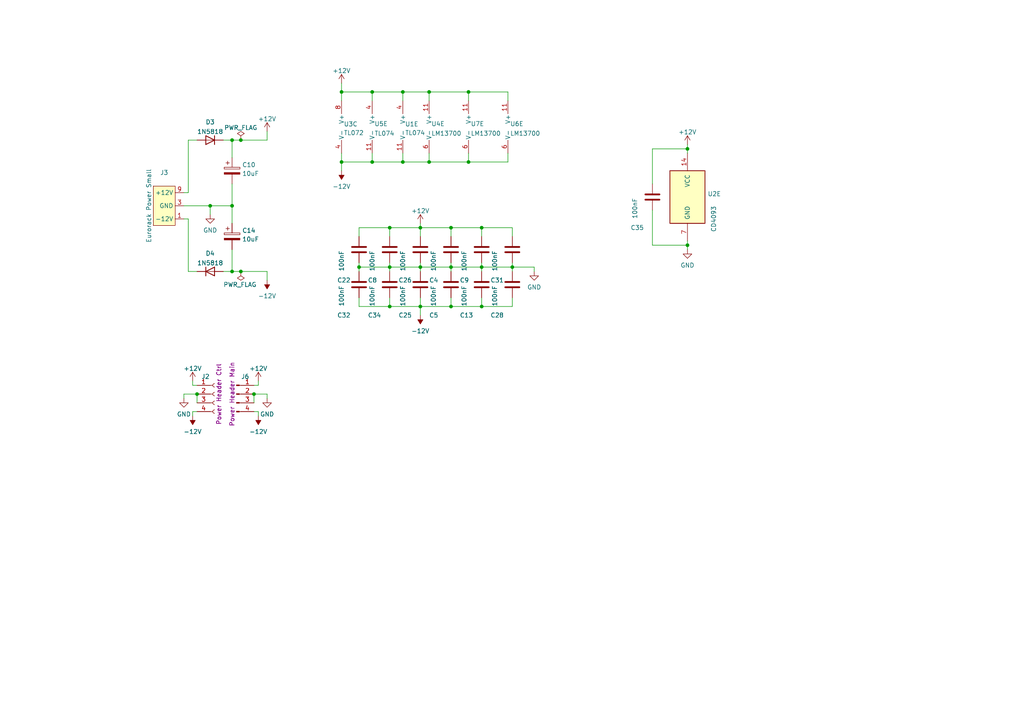
<source format=kicad_sch>
(kicad_sch (version 20211123) (generator eeschema)
  (paper "A4")
  (title_block (title "Magnum Percussion Instrument") (date "2022-09-29") (rev "r04") (comment 2 "creativecommons.org/licenses/by/4.0/") (comment 3 "License: CC BY 4.0") (comment 4 "Author: Guy John"))
  (lib_symbols
    (symbol "4xxx:HEF4093B" (pin_names (offset 1.016))
      (property "Reference" "U" (at 0 1.27 0))
      (property "Value" "HEF4093B" (at 0 -1.27 0))
      (symbol "HEF4093B_1_0"
        (polyline (pts (xy -0.635 -1.27) (xy -0.635 1.27) (xy 0.635 1.27)))
        (polyline (pts (xy -0.635 -1.27) (xy -0.635 1.27) (xy 0.635 1.27)))
        (polyline (pts (xy -1.27 -1.27) (xy 0.635 -1.27) (xy 0.635 1.27) (xy 1.27 1.27)))
        (polyline (pts (xy -1.27 -1.27) (xy 0.635 -1.27) (xy 0.635 1.27) (xy 1.27 1.27)))
      )
      (symbol "HEF4093B_1_1"
        (arc (start 0 -3.81) (mid 3.81 0) (end 0 3.81) (stroke (width 0.254)) (fill (type background)))
        (polyline (pts (xy 0 3.81) (xy -3.81 3.81) (xy -3.81 -3.81) (xy 0 -3.81)) (stroke (width 0.254)) (fill (type background)))
        (pin input line (at -7.62 2.54 0) (length 3.81) (name "~") (number "1"))
        (pin input line (at -7.62 -2.54 0) (length 3.81) (name "~") (number "2"))
        (pin output inverted (at 7.62 0 180) (length 3.81) (name "~") (number "3"))
      )
      (symbol "HEF4093B_1_2"
        (arc (start -3.81 -3.81) (mid -2.589 0) (end -3.81 3.81) (stroke (width 0.254)))
        (arc (start -0.6096 -3.81) (mid 2.1855 -2.584) (end 3.81 0) (stroke (width 0.254)) (fill (type background)))
        (polyline (pts (xy -3.81 -3.81) (xy -0.635 -3.81)) (stroke (width 0.254)) (fill (type background)))
        (polyline (pts (xy -3.81 3.81) (xy -0.635 3.81)) (stroke (width 0.254)) (fill (type background)))
        (polyline (pts (xy -0.635 3.81) (xy -3.81 3.81) (xy -3.81 3.81) (xy -3.556 3.4036) (xy -3.0226 2.2606) (xy -2.6924 1.0414) (xy -2.6162 -0.254) (xy -2.7686 -1.4986) (xy -3.175 -2.7178) (xy -3.81 -3.81) (xy -3.81 -3.81) (xy -0.635 -3.81)) (stroke (width -25.4)) (fill (type background)))
        (arc (start 3.81 0) (mid 2.1928 2.5925) (end -0.6096 3.81) (stroke (width 0.254)) (fill (type background)))
        (pin input inverted (at -7.62 2.54 0) (length 4.318) (name "~") (number "1"))
        (pin input inverted (at -7.62 -2.54 0) (length 4.318) (name "~") (number "2"))
        (pin output line (at 7.62 0 180) (length 3.81) (name "~") (number "3"))
      )
      (symbol "HEF4093B_2_0"
        (polyline (pts (xy -0.635 -1.27) (xy -0.635 1.27) (xy 0.635 1.27)))
        (polyline (pts (xy -0.635 -1.27) (xy -0.635 1.27) (xy 0.635 1.27)))
        (polyline (pts (xy -1.27 -1.27) (xy 0.635 -1.27) (xy 0.635 1.27) (xy 1.27 1.27)))
        (polyline (pts (xy -1.27 -1.27) (xy 0.635 -1.27) (xy 0.635 1.27) (xy 1.27 1.27)))
      )
      (symbol "HEF4093B_2_1"
        (arc (start 0 -3.81) (mid 3.81 0) (end 0 3.81) (stroke (width 0.254)) (fill (type background)))
        (polyline (pts (xy 0 3.81) (xy -3.81 3.81) (xy -3.81 -3.81) (xy 0 -3.81)) (stroke (width 0.254)) (fill (type background)))
        (pin output inverted (at 7.62 0 180) (length 3.81) (name "~") (number "4"))
        (pin input line (at -7.62 2.54 0) (length 3.81) (name "~") (number "5"))
        (pin input line (at -7.62 -2.54 0) (length 3.81) (name "~") (number "6"))
      )
      (symbol "HEF4093B_2_2"
        (arc (start -3.81 -3.81) (mid -2.589 0) (end -3.81 3.81) (stroke (width 0.254)))
        (arc (start -0.6096 -3.81) (mid 2.1855 -2.584) (end 3.81 0) (stroke (width 0.254)) (fill (type background)))
        (polyline (pts (xy -3.81 -3.81) (xy -0.635 -3.81)) (stroke (width 0.254)) (fill (type background)))
        (polyline (pts (xy -3.81 3.81) (xy -0.635 3.81)) (stroke (width 0.254)) (fill (type background)))
        (polyline (pts (xy -0.635 3.81) (xy -3.81 3.81) (xy -3.81 3.81) (xy -3.556 3.4036) (xy -3.0226 2.2606) (xy -2.6924 1.0414) (xy -2.6162 -0.254) (xy -2.7686 -1.4986) (xy -3.175 -2.7178) (xy -3.81 -3.81) (xy -3.81 -3.81) (xy -0.635 -3.81)) (stroke (width -25.4)) (fill (type background)))
        (arc (start 3.81 0) (mid 2.1928 2.5925) (end -0.6096 3.81) (stroke (width 0.254)) (fill (type background)))
        (pin output line (at 7.62 0 180) (length 3.81) (name "~") (number "4"))
        (pin input inverted (at -7.62 2.54 0) (length 4.318) (name "~") (number "5"))
        (pin input inverted (at -7.62 -2.54 0) (length 4.318) (name "~") (number "6"))
      )
      (symbol "HEF4093B_3_0"
        (polyline (pts (xy -0.635 -1.27) (xy -0.635 1.27) (xy 0.635 1.27)))
        (polyline (pts (xy -0.635 -1.27) (xy -0.635 1.27) (xy 0.635 1.27)))
        (polyline (pts (xy -1.27 -1.27) (xy 0.635 -1.27) (xy 0.635 1.27) (xy 1.27 1.27)))
        (polyline (pts (xy -1.27 -1.27) (xy 0.635 -1.27) (xy 0.635 1.27) (xy 1.27 1.27)))
      )
      (symbol "HEF4093B_3_1"
        (arc (start 0 -3.81) (mid 3.81 0) (end 0 3.81) (stroke (width 0.254)) (fill (type background)))
        (polyline (pts (xy 0 3.81) (xy -3.81 3.81) (xy -3.81 -3.81) (xy 0 -3.81)) (stroke (width 0.254)) (fill (type background)))
        (pin output inverted (at 7.62 0 180) (length 3.81) (name "~") (number "10"))
        (pin input line (at -7.62 2.54 0) (length 3.81) (name "~") (number "8"))
        (pin input line (at -7.62 -2.54 0) (length 3.81) (name "~") (number "9"))
      )
      (symbol "HEF4093B_3_2"
        (arc (start -3.81 -3.81) (mid -2.589 0) (end -3.81 3.81) (stroke (width 0.254)))
        (arc (start -0.6096 -3.81) (mid 2.1855 -2.584) (end 3.81 0) (stroke (width 0.254)) (fill (type background)))
        (polyline (pts (xy -3.81 -3.81) (xy -0.635 -3.81)) (stroke (width 0.254)) (fill (type background)))
        (polyline (pts (xy -3.81 3.81) (xy -0.635 3.81)) (stroke (width 0.254)) (fill (type background)))
        (polyline (pts (xy -0.635 3.81) (xy -3.81 3.81) (xy -3.81 3.81) (xy -3.556 3.4036) (xy -3.0226 2.2606) (xy -2.6924 1.0414) (xy -2.6162 -0.254) (xy -2.7686 -1.4986) (xy -3.175 -2.7178) (xy -3.81 -3.81) (xy -3.81 -3.81) (xy -0.635 -3.81)) (stroke (width -25.4)) (fill (type background)))
        (arc (start 3.81 0) (mid 2.1928 2.5925) (end -0.6096 3.81) (stroke (width 0.254)) (fill (type background)))
        (pin output line (at 7.62 0 180) (length 3.81) (name "~") (number "10"))
        (pin input inverted (at -7.62 2.54 0) (length 4.318) (name "~") (number "8"))
        (pin input inverted (at -7.62 -2.54 0) (length 4.318) (name "~") (number "9"))
      )
      (symbol "HEF4093B_4_0"
        (polyline (pts (xy -0.635 -1.27) (xy -0.635 1.27) (xy 0.635 1.27)))
        (polyline (pts (xy -0.635 -1.27) (xy -0.635 1.27) (xy 0.635 1.27)))
        (polyline (pts (xy -1.27 -1.27) (xy 0.635 -1.27) (xy 0.635 1.27) (xy 1.27 1.27)))
        (polyline (pts (xy -1.27 -1.27) (xy 0.635 -1.27) (xy 0.635 1.27) (xy 1.27 1.27)))
      )
      (symbol "HEF4093B_4_1"
        (arc (start 0 -3.81) (mid 3.81 0) (end 0 3.81) (stroke (width 0.254)) (fill (type background)))
        (polyline (pts (xy 0 3.81) (xy -3.81 3.81) (xy -3.81 -3.81) (xy 0 -3.81)) (stroke (width 0.254)) (fill (type background)))
        (pin output inverted (at 7.62 0 180) (length 3.81) (name "~") (number "11"))
        (pin input line (at -7.62 2.54 0) (length 3.81) (name "~") (number "12"))
        (pin input line (at -7.62 -2.54 0) (length 3.81) (name "~") (number "13"))
      )
      (symbol "HEF4093B_4_2"
        (arc (start -3.81 -3.81) (mid -2.589 0) (end -3.81 3.81) (stroke (width 0.254)))
        (arc (start -0.6096 -3.81) (mid 2.1855 -2.584) (end 3.81 0) (stroke (width 0.254)) (fill (type background)))
        (polyline (pts (xy -3.81 -3.81) (xy -0.635 -3.81)) (stroke (width 0.254)) (fill (type background)))
        (polyline (pts (xy -3.81 3.81) (xy -0.635 3.81)) (stroke (width 0.254)) (fill (type background)))
        (polyline (pts (xy -0.635 3.81) (xy -3.81 3.81) (xy -3.81 3.81) (xy -3.556 3.4036) (xy -3.0226 2.2606) (xy -2.6924 1.0414) (xy -2.6162 -0.254) (xy -2.7686 -1.4986) (xy -3.175 -2.7178) (xy -3.81 -3.81) (xy -3.81 -3.81) (xy -0.635 -3.81)) (stroke (width -25.4)) (fill (type background)))
        (arc (start 3.81 0) (mid 2.1928 2.5925) (end -0.6096 3.81) (stroke (width 0.254)) (fill (type background)))
        (pin output line (at 7.62 0 180) (length 3.81) (name "~") (number "11"))
        (pin input inverted (at -7.62 2.54 0) (length 4.318) (name "~") (number "12"))
        (pin input inverted (at -7.62 -2.54 0) (length 4.318) (name "~") (number "13"))
      )
      (symbol "HEF4093B_5_0"
        (pin power_in line (at 0 12.7 270) (length 5.08) (name "VCC") (number "14"))
        (pin power_in line (at 0 -12.7 90) (length 5.08) (name "GND") (number "7"))
      )
      (symbol "HEF4093B_5_1"
        (rectangle (start -5.08 7.62) (end 5.08 -7.62) (stroke (width 0.254)) (fill (type background)))
      )
    )
    (symbol "Amplifier_Operational:LM13700" (pin_names (offset 0.127))
      (property "Reference" "U" (at 3.81 5.08 0))
      (property "Value" "LM13700" (at 5.08 -5.08 0))
      (symbol "LM13700_1_1"
        (polyline (pts (xy 3.81 -0.635) (xy 3.81 -2.54) (xy 5.08 -2.54)))
        (polyline (pts (xy 5.08 0) (xy -5.08 -5.08) (xy -5.08 5.08) (xy 5.08 0)) (stroke (width 0.254)) (fill (type background)))
        (pin output line (at 7.62 0 180) (length 2.54) (name "~") (number "12"))
        (pin input line (at -7.62 2.54 0) (length 2.54) (name "-") (number "13"))
        (pin input line (at -7.62 -2.54 0) (length 2.54) (name "+") (number "14"))
        (pin input line (at -7.62 0 0) (length 2.54) (name "DIODE_BIAS") (number "15"))
        (pin input line (at 7.62 -2.54 180) (length 2.54) (name "~") (number "16"))
      )
      (symbol "LM13700_2_0"
        (polyline (pts (xy -1.905 2.54) (xy -3.175 2.54)))
      )
      (symbol "LM13700_2_1"
        (circle (center -2.54 1.905) (radius 0.254) (stroke (width 0.254)) (fill (type outline)))
        (polyline (pts (xy -3.81 -0.635) (xy -2.54 -1.27)))
        (polyline (pts (xy -3.81 1.27) (xy -3.81 -1.27)))
        (polyline (pts (xy -2.54 -1.905) (xy -1.27 -2.54)))
        (polyline (pts (xy -2.54 0) (xy -2.54 -2.54)))
        (polyline (pts (xy -3.81 0.635) (xy -2.54 1.27) (xy -2.54 1.905) (xy -2.54 2.54)))
        (polyline (pts (xy -2.54 -1.27) (xy -3.175 -0.635) (xy -3.175 -1.27) (xy -2.54 -1.27)) (fill (type outline)))
        (polyline (pts (xy -2.54 -0.635) (xy -1.27 0) (xy -1.27 1.905) (xy -2.54 1.905)))
        (polyline (pts (xy -1.27 -2.54) (xy -1.905 -1.905) (xy -1.905 -2.54) (xy -1.27 -2.54)) (fill (type outline)))
        (text "V+" (at -2.54 3.81 0) (effects (font (size 1.27 1.27))))
        (pin input line (at -7.62 0 0) (length 3.81) (name "~") (number "10"))
        (pin output line (at 2.54 -2.54 180) (length 3.81) (name "~") (number "9"))
      )
      (symbol "LM13700_3_1"
        (polyline (pts (xy 3.81 -0.635) (xy 3.81 -2.54) (xy 5.08 -2.54)))
        (polyline (pts (xy 5.08 0) (xy -5.08 -5.08) (xy -5.08 5.08) (xy 5.08 0)) (stroke (width 0.254)) (fill (type background)))
        (pin input line (at 7.62 -2.54 180) (length 2.54) (name "~") (number "1"))
        (pin input line (at -7.62 0 0) (length 2.54) (name "DIODE_BIAS") (number "2"))
        (pin input line (at -7.62 -2.54 0) (length 2.54) (name "+") (number "3"))
        (pin input line (at -7.62 2.54 0) (length 2.54) (name "-") (number "4"))
        (pin output line (at 7.62 0 180) (length 2.54) (name "~") (number "5"))
      )
      (symbol "LM13700_4_0"
        (polyline (pts (xy -3.175 2.54) (xy -1.905 2.54)))
        (text "V+" (at -2.54 3.81 0) (effects (font (size 1.27 1.27))))
      )
      (symbol "LM13700_4_1"
        (circle (center -2.54 1.905) (radius 0.254) (stroke (width 0.254)) (fill (type outline)))
        (polyline (pts (xy -3.81 -0.635) (xy -2.54 -1.27)))
        (polyline (pts (xy -3.81 1.27) (xy -3.81 -1.27)))
        (polyline (pts (xy -2.54 -1.905) (xy -1.27 -2.54)))
        (polyline (pts (xy -2.54 0) (xy -2.54 -2.54)))
        (polyline (pts (xy -3.81 0.635) (xy -2.54 1.27) (xy -2.54 2.54)))
        (polyline (pts (xy -2.54 -1.27) (xy -3.175 -0.635) (xy -3.175 -1.27) (xy -2.54 -1.27)) (fill (type outline)))
        (polyline (pts (xy -2.54 -0.635) (xy -1.27 0) (xy -1.27 1.905) (xy -2.54 1.905)))
        (polyline (pts (xy -1.27 -2.54) (xy -1.905 -1.905) (xy -1.905 -2.54) (xy -1.27 -2.54)) (fill (type outline)))
        (pin input line (at -7.62 0 0) (length 3.81) (name "~") (number "7"))
        (pin output line (at 2.54 -2.54 180) (length 3.81) (name "~") (number "8"))
      )
      (symbol "LM13700_5_1"
        (pin power_in line (at -2.54 7.62 270) (length 3.81) (name "V+") (number "11"))
        (pin power_in line (at -2.54 -7.62 90) (length 3.81) (name "V-") (number "6"))
      )
    )
    (symbol "Amplifier_Operational:TL072" (pin_names (offset 0.127))
      (property "Reference" "U" (at 0 5.08 0))
      (property "Value" "TL072" (at 0 -5.08 0))
      (symbol "TL072_1_1"
        (polyline (pts (xy -5.08 5.08) (xy 5.08 0) (xy -5.08 -5.08) (xy -5.08 5.08)) (stroke (width 0.254)) (fill (type background)))
        (pin output line (at 7.62 0 180) (length 2.54) (name "~") (number "1"))
        (pin input line (at -7.62 -2.54 0) (length 2.54) (name "-") (number "2"))
        (pin input line (at -7.62 2.54 0) (length 2.54) (name "+") (number "3"))
      )
      (symbol "TL072_2_1"
        (polyline (pts (xy -5.08 5.08) (xy 5.08 0) (xy -5.08 -5.08) (xy -5.08 5.08)) (stroke (width 0.254)) (fill (type background)))
        (pin input line (at -7.62 2.54 0) (length 2.54) (name "+") (number "5"))
        (pin input line (at -7.62 -2.54 0) (length 2.54) (name "-") (number "6"))
        (pin output line (at 7.62 0 180) (length 2.54) (name "~") (number "7"))
      )
      (symbol "TL072_3_1"
        (pin power_in line (at -2.54 -7.62 90) (length 3.81) (name "V-") (number "4"))
        (pin power_in line (at -2.54 7.62 270) (length 3.81) (name "V+") (number "8"))
      )
    )
    (symbol "Amplifier_Operational:TL074" (pin_names (offset 0.127))
      (property "Reference" "U" (at 0 5.08 0))
      (property "Value" "TL074" (at 0 -5.08 0))
      (symbol "TL074_1_1"
        (polyline (pts (xy -5.08 5.08) (xy 5.08 0) (xy -5.08 -5.08) (xy -5.08 5.08)) (stroke (width 0.254)) (fill (type background)))
        (pin output line (at 7.62 0 180) (length 2.54) (name "~") (number "1"))
        (pin input line (at -7.62 -2.54 0) (length 2.54) (name "-") (number "2"))
        (pin input line (at -7.62 2.54 0) (length 2.54) (name "+") (number "3"))
      )
      (symbol "TL074_2_1"
        (polyline (pts (xy -5.08 5.08) (xy 5.08 0) (xy -5.08 -5.08) (xy -5.08 5.08)) (stroke (width 0.254)) (fill (type background)))
        (pin input line (at -7.62 2.54 0) (length 2.54) (name "+") (number "5"))
        (pin input line (at -7.62 -2.54 0) (length 2.54) (name "-") (number "6"))
        (pin output line (at 7.62 0 180) (length 2.54) (name "~") (number "7"))
      )
      (symbol "TL074_3_1"
        (polyline (pts (xy -5.08 5.08) (xy 5.08 0) (xy -5.08 -5.08) (xy -5.08 5.08)) (stroke (width 0.254)) (fill (type background)))
        (pin input line (at -7.62 2.54 0) (length 2.54) (name "+") (number "10"))
        (pin output line (at 7.62 0 180) (length 2.54) (name "~") (number "8"))
        (pin input line (at -7.62 -2.54 0) (length 2.54) (name "-") (number "9"))
      )
      (symbol "TL074_4_1"
        (polyline (pts (xy -5.08 5.08) (xy 5.08 0) (xy -5.08 -5.08) (xy -5.08 5.08)) (stroke (width 0.254)) (fill (type background)))
        (pin input line (at -7.62 2.54 0) (length 2.54) (name "+") (number "12"))
        (pin input line (at -7.62 -2.54 0) (length 2.54) (name "-") (number "13"))
        (pin output line (at 7.62 0 180) (length 2.54) (name "~") (number "14"))
      )
      (symbol "TL074_5_1"
        (pin power_in line (at -2.54 -7.62 90) (length 3.81) (name "V-") (number "11"))
        (pin power_in line (at -2.54 7.62 270) (length 3.81) (name "V+") (number "4"))
      )
    )
    (symbol "Connector:Conn_01x04_Female" (pin_names (offset 1.016) hide)
      (property "Reference" "J" (at 0 5.08 0))
      (property "Value" "Conn_01x04_Female" (at 0 -7.62 0))
      (symbol "Conn_01x04_Female_1_1"
        (arc (start 0 -4.572) (mid -0.508 -5.08) (end 0 -5.588) (stroke (width 0.1524)))
        (arc (start 0 -2.032) (mid -0.508 -2.54) (end 0 -3.048) (stroke (width 0.1524)))
        (polyline (pts (xy -1.27 -5.08) (xy -0.508 -5.08)) (stroke (width 0.1524)))
        (polyline (pts (xy -1.27 -2.54) (xy -0.508 -2.54)) (stroke (width 0.1524)))
        (polyline (pts (xy -1.27 0) (xy -0.508 0)) (stroke (width 0.1524)))
        (polyline (pts (xy -1.27 2.54) (xy -0.508 2.54)) (stroke (width 0.1524)))
        (arc (start 0 0.508) (mid -0.508 0) (end 0 -0.508) (stroke (width 0.1524)))
        (arc (start 0 3.048) (mid -0.508 2.54) (end 0 2.032) (stroke (width 0.1524)))
        (pin passive line (at -5.08 2.54 0) (length 3.81) (name "Pin_1") (number "1"))
        (pin passive line (at -5.08 0 0) (length 3.81) (name "Pin_2") (number "2"))
        (pin passive line (at -5.08 -2.54 0) (length 3.81) (name "Pin_3") (number "3"))
        (pin passive line (at -5.08 -5.08 0) (length 3.81) (name "Pin_4") (number "4"))
      )
    )
    (symbol "Connector:Conn_01x04_Male" (pin_names (offset 1.016) hide)
      (property "Reference" "J" (at 0 5.08 0))
      (property "Value" "Conn_01x04_Male" (at 0 -7.62 0))
      (symbol "Conn_01x04_Male_1_1"
        (polyline (pts (xy 1.27 -5.08) (xy 0.8636 -5.08)) (stroke (width 0.1524)))
        (polyline (pts (xy 1.27 -2.54) (xy 0.8636 -2.54)) (stroke (width 0.1524)))
        (polyline (pts (xy 1.27 0) (xy 0.8636 0)) (stroke (width 0.1524)))
        (polyline (pts (xy 1.27 2.54) (xy 0.8636 2.54)) (stroke (width 0.1524)))
        (rectangle (start 0.8636 -4.953) (end 0 -5.207) (stroke (width 0.1524)) (fill (type outline)))
        (rectangle (start 0.8636 -2.413) (end 0 -2.667) (stroke (width 0.1524)) (fill (type outline)))
        (rectangle (start 0.8636 0.127) (end 0 -0.127) (stroke (width 0.1524)) (fill (type outline)))
        (rectangle (start 0.8636 2.667) (end 0 2.413) (stroke (width 0.1524)) (fill (type outline)))
        (pin passive line (at 5.08 2.54 180) (length 3.81) (name "Pin_1") (number "1"))
        (pin passive line (at 5.08 0 180) (length 3.81) (name "Pin_2") (number "2"))
        (pin passive line (at 5.08 -2.54 180) (length 3.81) (name "Pin_3") (number "3"))
        (pin passive line (at 5.08 -5.08 180) (length 3.81) (name "Pin_4") (number "4"))
      )
    )
    (symbol "Device:C" (pin_numbers hide) (pin_names (offset 0.254))
      (property "Reference" "C" (at 0.635 2.54 0))
      (property "Value" "C" (at 0.635 -2.54 0))
      (symbol "C_0_1"
        (polyline (pts (xy -2.032 -0.762) (xy 2.032 -0.762)) (stroke (width 0.508)))
        (polyline (pts (xy -2.032 0.762) (xy 2.032 0.762)) (stroke (width 0.508)))
      )
      (symbol "C_1_1"
        (pin passive line (at 0 3.81 270) (length 2.794) (name "~") (number "1"))
        (pin passive line (at 0 -3.81 90) (length 2.794) (name "~") (number "2"))
      )
    )
    (symbol "Device:C_Polarized" (pin_numbers hide) (pin_names (offset 0.254))
      (property "Reference" "C" (at 0.635 2.54 0))
      (property "Value" "C_Polarized" (at 0.635 -2.54 0))
      (symbol "C_Polarized_0_1"
        (rectangle (start -2.286 0.508) (end 2.286 1.016))
        (polyline (pts (xy -1.778 2.286) (xy -0.762 2.286)))
        (polyline (pts (xy -1.27 2.794) (xy -1.27 1.778)))
        (rectangle (start 2.286 -0.508) (end -2.286 -1.016) (fill (type outline)))
      )
      (symbol "C_Polarized_1_1"
        (pin passive line (at 0 3.81 270) (length 2.794) (name "~") (number "1"))
        (pin passive line (at 0 -3.81 90) (length 2.794) (name "~") (number "2"))
      )
    )
    (symbol "Device:D" (pin_numbers hide) (pin_names (offset 1.016) hide)
      (property "Reference" "D" (at 0 2.54 0))
      (property "Value" "D" (at 0 -2.54 0))
      (symbol "D_0_1"
        (polyline (pts (xy -1.27 1.27) (xy -1.27 -1.27)) (stroke (width 0.254)))
        (polyline (pts (xy 1.27 0) (xy -1.27 0)))
        (polyline (pts (xy 1.27 1.27) (xy 1.27 -1.27) (xy -1.27 0) (xy 1.27 1.27)) (stroke (width 0.254)))
      )
      (symbol "D_1_1"
        (pin passive line (at -3.81 0 0) (length 2.54) (name "K") (number "1"))
        (pin passive line (at 3.81 0 180) (length 2.54) (name "A") (number "2"))
      )
    )
    (symbol "Eurorack_Hardware:Eurorack Power Small"
      (property "Reference" "J" (at 0 6.985 0))
      (property "Value" "Eurorack Power Small" (at 0 -6.985 0))
      (symbol "Eurorack Power Small_0_1"
        (rectangle (start -2.54 5.715) (end 3.81 -5.715) (stroke (width 0.1524)) (fill (type background)))
      )
      (symbol "Eurorack Power Small_1_1"
        (pin power_out line (at 6.35 -3.81 180) (length 2.54) (name "-12V") (number "1"))
        (pin passive line (at 6.35 3.81 180) (length 2.54) hide (name "+12V") (number "10"))
        (pin passive line (at 6.35 -3.81 180) (length 2.54) hide (name "-12V") (number "2"))
        (pin power_out line (at 6.35 0 180) (length 2.54) (name "GND") (number "3"))
        (pin passive line (at 6.35 0 180) (length 2.54) hide (name "GND") (number "4"))
        (pin passive line (at 6.35 0 180) (length 2.54) hide (name "GND") (number "5"))
        (pin passive line (at 6.35 0 180) (length 2.54) hide (name "GND") (number "6"))
        (pin passive line (at 6.35 0 180) (length 2.54) hide (name "GND") (number "7"))
        (pin passive line (at 6.35 0 180) (length 2.54) hide (name "GND") (number "8"))
        (pin power_out line (at 6.35 3.81 180) (length 2.54) (name "+12V") (number "9"))
      )
    )
    (symbol "power:+12V" (power) (pin_names (offset 0))
      (property "Value" "+12V" (at 0 3.556 0))
      (symbol "+12V_0_1"
        (polyline (pts (xy -0.762 1.27) (xy 0 2.54)))
        (polyline (pts (xy 0 0) (xy 0 2.54)))
        (polyline (pts (xy 0 2.54) (xy 0.762 1.27)))
      )
      (symbol "+12V_1_1"
        (pin power_in line (at 0 0 90) (length 0) hide (name "+12V") (number "1"))
      )
    )
    (symbol "power:-12V" (power) (pin_names (offset 0))
      (property "Value" "-12V" (at 0 3.81 0))
      (symbol "-12V_0_0"
        (pin power_in line (at 0 0 90) (length 0) hide (name "-12V") (number "1"))
      )
      (symbol "-12V_0_1"
        (polyline (pts (xy 0 0) (xy 0 1.27) (xy 0.762 1.27) (xy 0 2.54) (xy -0.762 1.27) (xy 0 1.27)) (fill (type outline)))
      )
    )
    (symbol "power:GND" (power) (pin_names (offset 0))
      (property "Value" "GND" (at 0 -3.81 0))
      (symbol "GND_0_1"
        (polyline (pts (xy 0 0) (xy 0 -1.27) (xy 1.27 -1.27) (xy 0 -2.54) (xy -1.27 -1.27) (xy 0 -1.27)))
      )
      (symbol "GND_1_1"
        (pin power_in line (at 0 0 270) (length 0) hide (name "GND") (number "1"))
      )
    )
    (symbol "power:PWR_FLAG" (power) (pin_numbers hide) (pin_names (offset 0) hide)
      (property "Value" "PWR_FLAG" (at 0 3.81 0))
      (symbol "PWR_FLAG_0_0"
        (pin power_out line (at 0 0 90) (length 0) (name "pwr") (number "1"))
      )
      (symbol "PWR_FLAG_0_1"
        (polyline (pts (xy 0 0) (xy 0 1.27) (xy -1.016 1.905) (xy 0 2.54) (xy 1.016 1.905) (xy 0 1.27)))
      )
    )
  )
  (junction (at 199.39 43.18))
  (junction (at 57.15 114.3))
  (junction (at 148.59 77.47))
  (junction (at 124.46 46.99))
  (junction (at 139.7 66.04))
  (junction (at 124.46 26.67))
  (junction (at 107.95 46.99))
  (junction (at 113.03 66.04))
  (junction (at 107.95 26.67))
  (junction (at 130.81 88.9))
  (junction (at 116.84 26.67))
  (junction (at 99.06 46.99))
  (junction (at 130.81 77.47))
  (junction (at 199.39 71.12))
  (junction (at 113.03 88.9))
  (junction (at 121.92 88.9))
  (junction (at 67.31 78.74))
  (junction (at 60.96 59.69))
  (junction (at 139.7 88.9))
  (junction (at 135.89 46.99))
  (junction (at 121.92 77.47))
  (junction (at 139.7 77.47))
  (junction (at 121.92 66.04))
  (junction (at 113.03 77.47))
  (junction (at 99.06 26.67))
  (junction (at 73.66 114.3))
  (junction (at 116.84 46.99))
  (junction (at 130.81 66.04))
  (junction (at 67.31 40.64))
  (junction (at 104.14 77.47))
  (junction (at 69.85 40.64))
  (junction (at 69.85 78.74))
  (junction (at 67.31 59.69))
  (junction (at 135.89 26.67))
  (wire (pts (xy 104.14 68.58) (xy 104.14 66.04)))
  (wire (pts (xy 116.84 44.45) (xy 116.84 46.99)))
  (wire (pts (xy 77.47 78.74) (xy 77.47 81.28)))
  (wire (pts (xy 121.92 66.04) (xy 130.81 66.04)))
  (wire (pts (xy 148.59 77.47) (xy 148.59 78.74)))
  (wire (pts (xy 199.39 43.18) (xy 189.23 43.18)))
  (wire (pts (xy 67.31 40.64) (xy 69.85 40.64)))
  (wire (pts (xy 147.32 29.21) (xy 147.32 26.67)))
  (wire (pts (xy 69.85 40.64) (xy 77.47 40.64)))
  (wire (pts (xy 67.31 78.74) (xy 69.85 78.74)))
  (wire (pts (xy 57.15 119.38) (xy 55.88 119.38)))
  (wire (pts (xy 54.61 40.64) (xy 54.61 55.88)))
  (wire (pts (xy 107.95 46.99) (xy 107.95 44.45)))
  (wire (pts (xy 99.06 46.99) (xy 107.95 46.99)))
  (wire (pts (xy 55.88 110.49) (xy 55.88 111.76)))
  (wire (pts (xy 199.39 69.85) (xy 199.39 71.12)))
  (wire (pts (xy 124.46 26.67) (xy 116.84 26.67)))
  (wire (pts (xy 104.14 77.47) (xy 104.14 78.74)))
  (wire (pts (xy 113.03 76.2) (xy 113.03 77.47)))
  (wire (pts (xy 139.7 88.9) (xy 148.59 88.9)))
  (wire (pts (xy 113.03 77.47) (xy 113.03 78.74)))
  (wire (pts (xy 139.7 77.47) (xy 148.59 77.47)))
  (wire (pts (xy 53.34 55.88) (xy 54.61 55.88)))
  (wire (pts (xy 199.39 41.91) (xy 199.39 43.18)))
  (wire (pts (xy 77.47 38.1) (xy 77.47 40.64)))
  (wire (pts (xy 135.89 26.67) (xy 135.89 29.21)))
  (wire (pts (xy 53.34 63.5) (xy 54.61 63.5)))
  (wire (pts (xy 74.93 119.38) (xy 74.93 120.65)))
  (wire (pts (xy 113.03 86.36) (xy 113.03 88.9)))
  (wire (pts (xy 147.32 44.45) (xy 147.32 46.99)))
  (wire (pts (xy 154.94 77.47) (xy 154.94 78.74)))
  (wire (pts (xy 130.81 66.04) (xy 139.7 66.04)))
  (wire (pts (xy 135.89 44.45) (xy 135.89 46.99)))
  (wire (pts (xy 130.81 66.04) (xy 130.81 68.58)))
  (wire (pts (xy 73.66 119.38) (xy 74.93 119.38)))
  (wire (pts (xy 148.59 76.2) (xy 148.59 77.47)))
  (wire (pts (xy 73.66 114.3) (xy 73.66 116.84)))
  (wire (pts (xy 148.59 66.04) (xy 148.59 68.58)))
  (wire (pts (xy 104.14 86.36) (xy 104.14 88.9)))
  (wire (pts (xy 189.23 43.18) (xy 189.23 53.34)))
  (wire (pts (xy 107.95 46.99) (xy 116.84 46.99)))
  (wire (pts (xy 67.31 59.69) (xy 67.31 64.77)))
  (wire (pts (xy 99.06 44.45) (xy 99.06 46.99)))
  (wire (pts (xy 116.84 26.67) (xy 116.84 29.21)))
  (wire (pts (xy 54.61 78.74) (xy 57.15 78.74)))
  (wire (pts (xy 53.34 59.69) (xy 60.96 59.69)))
  (wire (pts (xy 77.47 114.3) (xy 73.66 114.3)))
  (wire (pts (xy 130.81 88.9) (xy 139.7 88.9)))
  (wire (pts (xy 124.46 44.45) (xy 124.46 46.99)))
  (wire (pts (xy 135.89 46.99) (xy 124.46 46.99)))
  (wire (pts (xy 53.34 114.3) (xy 57.15 114.3)))
  (wire (pts (xy 60.96 59.69) (xy 67.31 59.69)))
  (wire (pts (xy 139.7 86.36) (xy 139.7 88.9)))
  (wire (pts (xy 199.39 71.12) (xy 199.39 72.39)))
  (wire (pts (xy 121.92 86.36) (xy 121.92 88.9)))
  (wire (pts (xy 60.96 59.69) (xy 60.96 62.23)))
  (wire (pts (xy 148.59 86.36) (xy 148.59 88.9)))
  (wire (pts (xy 64.77 78.74) (xy 67.31 78.74)))
  (wire (pts (xy 99.06 46.99) (xy 99.06 49.53)))
  (wire (pts (xy 64.77 40.64) (xy 67.31 40.64)))
  (wire (pts (xy 113.03 88.9) (xy 121.92 88.9)))
  (wire (pts (xy 104.14 77.47) (xy 113.03 77.47)))
  (wire (pts (xy 104.14 76.2) (xy 104.14 77.47)))
  (wire (pts (xy 139.7 66.04) (xy 139.7 68.58)))
  (wire (pts (xy 113.03 77.47) (xy 121.92 77.47)))
  (wire (pts (xy 121.92 88.9) (xy 130.81 88.9)))
  (wire (pts (xy 121.92 76.2) (xy 121.92 77.47)))
  (wire (pts (xy 53.34 115.57) (xy 53.34 114.3)))
  (wire (pts (xy 69.85 78.74) (xy 77.47 78.74)))
  (wire (pts (xy 121.92 77.47) (xy 121.92 78.74)))
  (wire (pts (xy 147.32 26.67) (xy 135.89 26.67)))
  (wire (pts (xy 67.31 53.34) (xy 67.31 59.69)))
  (wire (pts (xy 130.81 86.36) (xy 130.81 88.9)))
  (wire (pts (xy 121.92 77.47) (xy 130.81 77.47)))
  (wire (pts (xy 73.66 111.76) (xy 74.93 111.76)))
  (wire (pts (xy 99.06 29.21) (xy 99.06 26.67)))
  (wire (pts (xy 189.23 71.12) (xy 199.39 71.12)))
  (wire (pts (xy 74.93 111.76) (xy 74.93 110.49)))
  (wire (pts (xy 55.88 111.76) (xy 57.15 111.76)))
  (wire (pts (xy 147.32 46.99) (xy 135.89 46.99)))
  (wire (pts (xy 121.92 88.9) (xy 121.92 91.44)))
  (wire (pts (xy 121.92 66.04) (xy 121.92 68.58)))
  (wire (pts (xy 67.31 72.39) (xy 67.31 78.74)))
  (wire (pts (xy 189.23 60.96) (xy 189.23 71.12)))
  (wire (pts (xy 130.81 76.2) (xy 130.81 77.47)))
  (wire (pts (xy 139.7 77.47) (xy 139.7 78.74)))
  (wire (pts (xy 124.46 26.67) (xy 124.46 29.21)))
  (wire (pts (xy 104.14 66.04) (xy 113.03 66.04)))
  (wire (pts (xy 54.61 63.5) (xy 54.61 78.74)))
  (wire (pts (xy 54.61 40.64) (xy 57.15 40.64)))
  (wire (pts (xy 57.15 114.3) (xy 57.15 116.84)))
  (wire (pts (xy 130.81 77.47) (xy 139.7 77.47)))
  (wire (pts (xy 67.31 40.64) (xy 67.31 45.72)))
  (wire (pts (xy 104.14 88.9) (xy 113.03 88.9)))
  (wire (pts (xy 124.46 46.99) (xy 116.84 46.99)))
  (wire (pts (xy 130.81 77.47) (xy 130.81 78.74)))
  (wire (pts (xy 199.39 43.18) (xy 199.39 44.45)))
  (wire (pts (xy 113.03 66.04) (xy 121.92 66.04)))
  (wire (pts (xy 107.95 26.67) (xy 116.84 26.67)))
  (wire (pts (xy 99.06 24.13) (xy 99.06 26.67)))
  (wire (pts (xy 135.89 26.67) (xy 124.46 26.67)))
  (wire (pts (xy 121.92 64.77) (xy 121.92 66.04)))
  (wire (pts (xy 113.03 66.04) (xy 113.03 68.58)))
  (wire (pts (xy 55.88 119.38) (xy 55.88 120.65)))
  (wire (pts (xy 77.47 115.57) (xy 77.47 114.3)))
  (wire (pts (xy 139.7 66.04) (xy 148.59 66.04)))
  (wire (pts (xy 107.95 26.67) (xy 107.95 29.21)))
  (wire (pts (xy 139.7 76.2) (xy 139.7 77.47)))
  (wire (pts (xy 99.06 26.67) (xy 107.95 26.67)))
  (wire (pts (xy 148.59 77.47) (xy 154.94 77.47)))
  (symbol (lib_id "power:GND") (at 77.47 115.57 0) (unit 1)
    (property "Reference" "#PWR0105" (effects hide))
    (property "Value" "GND" (at 77.47 120.1325 0))
  )
  (symbol (lib_id "power:GND") (at 199.39 72.39 0) (unit 1)
    (property "Reference" "#PWR096" (effects hide))
    (property "Value" "GND" (at 199.39 76.9525 0))
  )
  (symbol (lib_id "Device:C") (at 139.7 72.39 0) (unit 1)
    (property "Reference" "C9" (at 133.35 81.28 0) (effects (justify left)))
    (property "Value" "100nF" (at 134.62 78.74 90) (effects (justify left)))
    (property "Footprint" "rumblesan-standard-parts:C_Rect_L7.0mm_W3.5mm_P5.00mm" (effects hide))
    (property "Spec" "ceramic X7R" (effects hide))
    (property "Tolerance" "5%" (effects hide))
  )
  (symbol (lib_id "Device:C_Polarized") (at 67.31 68.58 0) (unit 1)
    (property "Reference" "C14" (at 70.231 66.8563 0) (effects (justify left)))
    (property "Value" "10uF" (at 70.231 69.3932 0) (effects (justify left)))
    (property "Footprint" "rumblesan-standard-parts:CP_Radial_D5.0mm_P2.00mm" (effects hide))
    (property "Spec" "electrolytic" (effects hide))
    (property "Tolerance" "20%" (effects hide))
    (property "Voltage" "50v" (effects hide))
  )
  (symbol (lib_id "Device:C") (at 139.7 82.55 0) (unit 1)
    (property "Reference" "C13" (at 133.35 91.44 0) (effects (justify left)))
    (property "Value" "100nF" (at 134.62 88.9 90) (effects (justify left)))
    (property "Footprint" "rumblesan-standard-parts:C_Rect_L7.0mm_W3.5mm_P5.00mm" (effects hide))
    (property "Spec" "ceramic X7R" (effects hide))
    (property "Tolerance" "5%" (effects hide))
  )
  (symbol (lib_id "Device:C") (at 113.03 72.39 0) (unit 1)
    (property "Reference" "C8" (at 106.68 81.28 0) (effects (justify left)))
    (property "Value" "100nF" (at 107.95 78.74 90) (effects (justify left)))
    (property "Footprint" "rumblesan-standard-parts:C_Rect_L7.0mm_W3.5mm_P5.00mm" (effects hide))
    (property "Spec" "ceramic X7R" (effects hide))
    (property "Tolerance" "5%" (effects hide))
  )
  (symbol (lib_id "Amplifier_Operational:TL074") (at 119.38 36.83 0) (unit 5)
    (property "Reference" "U1" (at 117.475 35.9953 0) (effects (justify left)))
    (property "Value" "TL074" (at 117.475 38.5322 0) (effects (justify left)))
    (property "Footprint" "rumblesan-standard-parts:DIP-14_W7.62mm_Socket" (effects hide))
    (property "Datasheet" "http://www.ti.com/lit/ds/symlink/tl071.pdf" (effects hide))
  )
  (symbol (lib_id "power:GND") (at 154.94 78.74 0) (unit 1)
    (property "Reference" "#PWR094" (effects hide))
    (property "Value" "GND" (at 154.94 83.3025 0))
  )
  (symbol (lib_id "Device:D") (at 60.96 78.74 0) (unit 1)
    (property "Reference" "D4" (at 60.96 73.5035 0))
    (property "Value" "1N5818" (at 60.96 76.2786 0))
    (property "Footprint" "rumblesan-standard-parts:D_DO-41_SOD81_P10.16mm_Horizontal" (effects hide))
  )
  (symbol (lib_id "power:-12V") (at 74.93 120.65 180) (unit 1)
    (property "Reference" "#PWR0106" (effects hide))
    (property "Value" "-12V" (at 74.93 125.2125 0))
  )
  (symbol (lib_id "power:+12V") (at 55.88 110.49 0) (unit 1)
    (property "Reference" "#PWR0101" (effects hide))
    (property "Value" "+12V" (at 55.88 106.8855 0))
  )
  (symbol (lib_id "power:+12V") (at 99.06 24.13 0) (unit 1)
    (property "Reference" "#PWR090" (effects hide))
    (property "Value" "+12V" (at 99.06 20.5255 0))
  )
  (symbol (lib_id "power:PWR_FLAG") (at 69.85 78.74 180) (unit 1)
    (property "Reference" "#FLG02" (effects hide))
    (property "Value" "PWR_FLAG" (at 64.77 82.55 0) (effects (justify right)))
  )
  (symbol (lib_id "Eurorack_Hardware:Eurorack Power Small") (at 46.99 59.69 0) (unit 1)
    (property "Reference" "J3" (at 47.625 50.0593 0))
    (property "Value" "Eurorack Power Small" (at 43.18 59.69 90))
    (property "Footprint" "eurorack-power:Eurorack_PowerHeader_2x05_P2.54mm_Shrouded" (effects hide))
  )
  (symbol (lib_id "power:GND") (at 60.96 62.23 0) (unit 1)
    (property "Reference" "#PWR087" (effects hide))
    (property "Value" "GND" (at 60.96 66.7925 0))
  )
  (symbol (lib_id "Connector:Conn_01x04_Female") (at 62.23 114.3 0) (unit 1)
    (property "Reference" "J2" (at 58.42 109.22 0) (effects (justify left)))
    (property "Value" "Conn_01x04_Socket" (effects hide))
    (property "Footprint" "Connector_PinSocket_2.54mm:PinSocket_1x04_P2.54mm_Vertical" (effects hide))
    (property "Name" "Power Header Ctrl" (at 63.5 114.3 90))
  )
  (symbol (lib_id "Amplifier_Operational:LM13700") (at 149.86 36.83 0) (unit 5)
    (property "Reference" "U6" (at 147.955 35.9215 0) (effects (justify left)))
    (property "Value" "LM13700" (at 147.955 38.6966 0) (effects (justify left)))
    (property "Footprint" "rumblesan-standard-parts:DIP-16_W7.62mm_Socket" (effects hide))
    (property "Datasheet" "http://www.ti.com/lit/ds/symlink/lm13700.pdf" (effects hide))
  )
  (symbol (lib_id "Device:C") (at 148.59 82.55 0) (unit 1)
    (property "Reference" "C28" (at 142.24 91.44 0) (effects (justify left)))
    (property "Value" "100nF" (at 143.51 88.9 90) (effects (justify left)))
    (property "Footprint" "rumblesan-standard-parts:C_Rect_L7.0mm_W3.5mm_P5.00mm" (effects hide))
    (property "Spec" "ceramic X7R" (effects hide))
    (property "Tolerance" "5%" (effects hide))
  )
  (symbol (lib_id "power:+12V") (at 121.92 64.77 0) (unit 1)
    (property "Reference" "#PWR092" (effects hide))
    (property "Value" "+12V" (at 121.92 61.1655 0))
  )
  (symbol (lib_id "power:+12V") (at 77.47 38.1 0) (unit 1)
    (property "Reference" "#PWR088" (effects hide))
    (property "Value" "+12V" (at 77.47 34.4955 0))
  )
  (symbol (lib_id "Device:C_Polarized") (at 67.31 49.53 0) (unit 1)
    (property "Reference" "C10" (at 70.231 47.8063 0) (effects (justify left)))
    (property "Value" "10uF" (at 70.231 50.3432 0) (effects (justify left)))
    (property "Footprint" "rumblesan-standard-parts:CP_Radial_D5.0mm_P2.00mm" (effects hide))
    (property "Spec" "electrolytic" (effects hide))
    (property "Tolerance" "20%" (effects hide))
    (property "Voltage" "50v" (effects hide))
  )
  (symbol (lib_id "Amplifier_Operational:TL072") (at 101.6 36.83 0) (unit 3)
    (property "Reference" "U3" (at 99.695 35.9953 0) (effects (justify left)))
    (property "Value" "TL072" (at 99.695 38.5322 0) (effects (justify left)))
    (property "Footprint" "rumblesan-standard-parts:DIP-8_W7.62mm_Socket" (effects hide))
    (property "Datasheet" "http://www.ti.com/lit/ds/symlink/tl071.pdf" (effects hide))
  )
  (symbol (lib_id "power:+12V") (at 74.93 110.49 0) (unit 1)
    (property "Reference" "#PWR0102" (effects hide))
    (property "Value" "+12V" (at 74.93 106.8855 0))
  )
  (symbol (lib_id "Device:D") (at 60.96 40.64 180) (unit 1)
    (property "Reference" "D3" (at 60.96 35.4035 0))
    (property "Value" "1N5818" (at 60.96 38.1786 0))
    (property "Footprint" "rumblesan-standard-parts:D_DO-41_SOD81_P10.16mm_Horizontal" (effects hide))
  )
  (symbol (lib_id "Device:C") (at 113.03 82.55 0) (unit 1)
    (property "Reference" "C34" (at 106.68 91.44 0) (effects (justify left)))
    (property "Value" "100nF" (at 107.95 88.9 90) (effects (justify left)))
    (property "Footprint" "rumblesan-standard-parts:C_Rect_L7.0mm_W3.5mm_P5.00mm" (effects hide))
    (property "Spec" "ceramic X7R" (effects hide))
    (property "Tolerance" "5%" (effects hide))
  )
  (symbol (lib_id "Device:C") (at 130.81 72.39 0) (unit 1)
    (property "Reference" "C4" (at 124.46 81.28 0) (effects (justify left)))
    (property "Value" "100nF" (at 125.73 78.74 90) (effects (justify left)))
    (property "Footprint" "rumblesan-standard-parts:C_Rect_L7.0mm_W3.5mm_P5.00mm" (effects hide))
    (property "Spec" "ceramic X7R" (effects hide))
    (property "Tolerance" "5%" (effects hide))
  )
  (symbol (lib_id "4xxx:HEF4093B") (at 199.39 57.15 0) (unit 5)
    (property "Reference" "U2" (at 205.232 56.2415 0) (effects (justify left)))
    (property "Value" "CD4093" (at 207.01 67.31 90) (effects (justify left)))
    (property "Footprint" "rumblesan-standard-parts:DIP-14_W7.62mm_Socket" (effects hide))
    (property "Datasheet" "https://www.ti.com/lit/ds/symlink/cd4093b.pdf" (effects hide))
  )
  (symbol (lib_id "Device:C") (at 121.92 72.39 0) (unit 1)
    (property "Reference" "C26" (at 115.57 81.28 0) (effects (justify left)))
    (property "Value" "100nF" (at 116.84 78.74 90) (effects (justify left)))
    (property "Footprint" "rumblesan-standard-parts:C_Rect_L7.0mm_W3.5mm_P5.00mm" (effects hide))
    (property "Spec" "ceramic X7R" (effects hide))
    (property "Tolerance" "5%" (effects hide))
  )
  (symbol (lib_id "power:GND") (at 53.34 115.57 0) (unit 1)
    (property "Reference" "#PWR0104" (effects hide))
    (property "Value" "GND" (at 53.34 120.1325 0))
  )
  (symbol (lib_id "Amplifier_Operational:LM13700") (at 138.43 36.83 0) (unit 5)
    (property "Reference" "U7" (at 136.525 35.9215 0) (effects (justify left)))
    (property "Value" "LM13700" (at 136.525 38.6966 0) (effects (justify left)))
    (property "Footprint" "rumblesan-standard-parts:DIP-16_W7.62mm_Socket" (effects hide))
    (property "Datasheet" "http://www.ti.com/lit/ds/symlink/lm13700.pdf" (effects hide))
  )
  (symbol (lib_id "Device:C") (at 121.92 82.55 0) (unit 1)
    (property "Reference" "C25" (at 115.57 91.44 0) (effects (justify left)))
    (property "Value" "100nF" (at 116.84 88.9 90) (effects (justify left)))
    (property "Footprint" "rumblesan-standard-parts:C_Rect_L7.0mm_W3.5mm_P5.00mm" (effects hide))
    (property "Spec" "ceramic X7R" (effects hide))
    (property "Tolerance" "5%" (effects hide))
  )
  (symbol (lib_id "power:-12V") (at 99.06 49.53 180) (unit 1)
    (property "Reference" "#PWR091" (effects hide))
    (property "Value" "-12V" (at 99.06 54.0925 0))
  )
  (symbol (lib_id "Device:C") (at 189.23 57.15 0) (unit 1)
    (property "Reference" "C35" (at 182.88 66.04 0) (effects (justify left)))
    (property "Value" "100nF" (at 184.15 63.5 90) (effects (justify left)))
    (property "Footprint" "rumblesan-standard-parts:C_Rect_L7.0mm_W3.5mm_P5.00mm" (effects hide))
    (property "Spec" "ceramic X7R" (effects hide))
    (property "Tolerance" "5%" (effects hide))
  )
  (symbol (lib_id "Device:C") (at 148.59 72.39 0) (unit 1)
    (property "Reference" "C31" (at 142.24 81.28 0) (effects (justify left)))
    (property "Value" "100nF" (at 143.51 78.74 90) (effects (justify left)))
    (property "Footprint" "rumblesan-standard-parts:C_Rect_L7.0mm_W3.5mm_P5.00mm" (effects hide))
    (property "Spec" "ceramic X7R" (effects hide))
    (property "Tolerance" "5%" (effects hide))
  )
  (symbol (lib_id "power:-12V") (at 55.88 120.65 180) (unit 1)
    (property "Reference" "#PWR0103" (effects hide))
    (property "Value" "-12V" (at 55.88 125.2125 0))
  )
  (symbol (lib_id "power:-12V") (at 121.92 91.44 180) (unit 1)
    (property "Reference" "#PWR093" (effects hide))
    (property "Value" "-12V" (at 121.92 96.0025 0))
  )
  (symbol (lib_id "power:PWR_FLAG") (at 69.85 40.64 0) (unit 1)
    (property "Reference" "#FLG01" (effects hide))
    (property "Value" "PWR_FLAG" (at 69.85 37.0355 0))
  )
  (symbol (lib_id "Connector:Conn_01x04_Male") (at 68.58 114.3 0) (unit 1)
    (property "Reference" "J6" (at 71.12 109.22 0))
    (property "Value" "Conn_01x04_Header" (effects hide))
    (property "Footprint" "Connector_PinHeader_2.54mm:PinHeader_1x04_P2.54mm_Vertical" (effects hide))
    (property "Name" "Power Header Main" (at 67.31 114.3 90))
  )
  (symbol (lib_id "Amplifier_Operational:TL074") (at 110.49 36.83 0) (unit 5)
    (property "Reference" "U5" (at 108.585 35.9215 0) (effects (justify left)))
    (property "Value" "TL074" (at 108.585 38.6966 0) (effects (justify left)))
    (property "Footprint" "rumblesan-standard-parts:DIP-14_W7.62mm_Socket" (effects hide))
    (property "Datasheet" "http://www.ti.com/lit/ds/symlink/tl071.pdf" (effects hide))
  )
  (symbol (lib_id "Device:C") (at 104.14 72.39 0) (unit 1)
    (property "Reference" "C22" (at 97.79 81.28 0) (effects (justify left)))
    (property "Value" "100nF" (at 99.06 78.74 90) (effects (justify left)))
    (property "Footprint" "rumblesan-standard-parts:C_Rect_L7.0mm_W3.5mm_P5.00mm" (effects hide))
    (property "Spec" "ceramic X7R" (effects hide))
    (property "Tolerance" "5%" (effects hide))
  )
  (symbol (lib_id "power:-12V") (at 77.47 81.28 180) (unit 1)
    (property "Reference" "#PWR089" (effects hide))
    (property "Value" "-12V" (at 77.47 85.8425 0))
  )
  (symbol (lib_id "Device:C") (at 104.14 82.55 0) (unit 1)
    (property "Reference" "C32" (at 97.79 91.44 0) (effects (justify left)))
    (property "Value" "100nF" (at 99.06 88.9 90) (effects (justify left)))
    (property "Footprint" "rumblesan-standard-parts:C_Rect_L7.0mm_W3.5mm_P5.00mm" (effects hide))
    (property "Spec" "ceramic X7R" (effects hide))
    (property "Tolerance" "5%" (effects hide))
  )
  (symbol (lib_id "power:+12V") (at 199.39 41.91 0) (unit 1)
    (property "Reference" "#PWR095" (effects hide))
    (property "Value" "+12V" (at 199.39 38.3055 0))
  )
  (symbol (lib_id "Amplifier_Operational:LM13700") (at 127 36.83 0) (unit 5)
    (property "Reference" "U4" (at 125.095 35.9215 0) (effects (justify left)))
    (property "Value" "LM13700" (at 125.095 38.6966 0) (effects (justify left)))
    (property "Footprint" "rumblesan-standard-parts:DIP-16_W7.62mm_Socket" (effects hide))
    (property "Datasheet" "http://www.ti.com/lit/ds/symlink/lm13700.pdf" (effects hide))
  )
  (symbol (lib_id "Device:C") (at 130.81 82.55 0) (unit 1)
    (property "Reference" "C5" (at 124.46 91.44 0) (effects (justify left)))
    (property "Value" "100nF" (at 125.73 88.9 90) (effects (justify left)))
    (property "Footprint" "rumblesan-standard-parts:C_Rect_L7.0mm_W3.5mm_P5.00mm" (effects hide))
    (property "Spec" "ceramic X7R" (effects hide))
    (property "Tolerance" "5%" (effects hide))
  )
)
</source>
